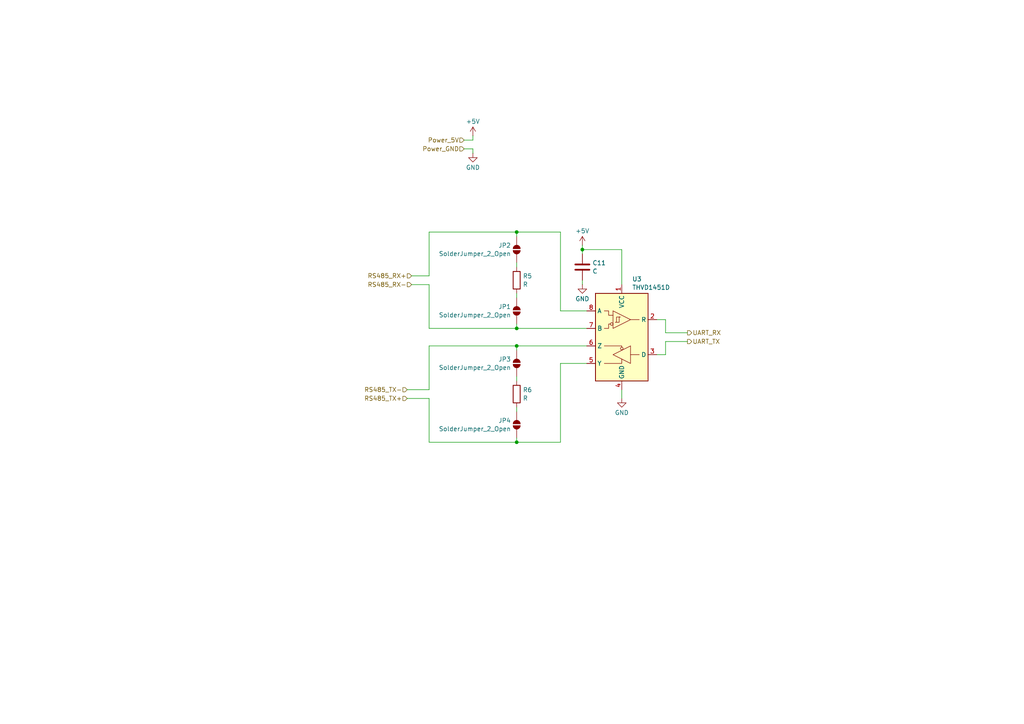
<source format=kicad_sch>
(kicad_sch (version 20231120) (generator "eeschema") (generator_version "8.0")
  (paper "A4")
  (title_block (title "5x5 Clock Panel") (date "2024-10-31") (rev "1"))
  (lib_symbols
    (symbol "Device:C" (pin_numbers hide) (pin_names (offset 0.254))
      (property "Reference" "C" (at 0.635 2.54 0))
      (property "Value" "C" (at 0.635 -2.54 0))
      (symbol "C_0_1"
        (polyline (pts (xy -2.032 -0.762) (xy 2.032 -0.762)) (stroke (width 0.508)))
        (polyline (pts (xy -2.032 0.762) (xy 2.032 0.762)) (stroke (width 0.508)))
      )
      (symbol "C_1_1"
        (pin passive line (at 0 3.81 270) (length 2.794) (name "~") (number "1"))
        (pin passive line (at 0 -3.81 90) (length 2.794) (name "~") (number "2"))
      )
    )
    (symbol "Device:R" (pin_numbers hide) (pin_names (offset 0))
      (property "Reference" "R" (at 2.032 0 90))
      (property "Value" "R" (at 0 0 90))
      (symbol "R_0_1"
        (rectangle (start -1.016 -2.54) (end 1.016 2.54) (stroke (width 0.254)))
      )
      (symbol "R_1_1"
        (pin passive line (at 0 3.81 270) (length 1.27) (name "~") (number "1"))
        (pin passive line (at 0 -3.81 90) (length 1.27) (name "~") (number "2"))
      )
    )
    (symbol "Interface_UART:THVD1451D"
      (property "Reference" "U" (at -7.62 13.97 0))
      (property "Value" "THVD1451D" (at 1.27 13.97 0))
      (symbol "THVD1451D_0_1"
        (rectangle (start -7.62 12.7) (end 7.62 -12.7) (stroke (width 0.254)) (fill (type background)))
        (circle (center 0 -3.302) (radius 0.381))
        (polyline (pts (xy -5.08 -5.08) (xy -2.54 -5.08)))
        (polyline (pts (xy -2.54 5.08) (xy -5.08 5.08)))
        (polyline (pts (xy 1.524 4.318) (xy 1.524 5.842) (xy 0.635 5.842)))
        (polyline (pts (xy 5.08 -7.62) (xy 0 -7.62) (xy 0 -6.35)))
        (polyline (pts (xy 5.08 -2.54) (xy 0 -2.54) (xy 0 -2.921)))
        (polyline (pts (xy -2.54 -2.54) (xy -2.54 -7.62) (xy 2.54 -5.08) (xy -2.54 -2.54)))
        (polyline (pts (xy 2.54 6.35) (xy 3.81 6.35) (xy 3.81 7.62) (xy 5.08 7.62)))
        (polyline (pts (xy 2.54 7.62) (xy 2.54 2.54) (xy -2.54 5.08) (xy 2.54 7.62)))
        (polyline (pts (xy 3.302 3.81) (xy 3.81 3.81) (xy 3.81 2.54) (xy 5.08 2.54)))
        (polyline (pts (xy 1.905 4.318) (xy 0.889 4.318) (xy 0.762 4.318) (xy 0.762 5.842) (xy 0.381 5.842)))
        (circle (center 2.921 3.81) (radius 0.381))
      )
      (symbol "THVD1451D_1_1"
        (pin power_in line (at 0 15.24 270) (length 2.54) (name "VCC") (number "1"))
        (pin output line (at -10.16 5.08 0) (length 2.54) (name "R") (number "2"))
        (pin input line (at -10.16 -5.08 0) (length 2.54) (name "D") (number "3"))
        (pin power_in line (at 0 -15.24 90) (length 2.54) (name "GND") (number "4"))
        (pin output line (at 10.16 -7.62 180) (length 2.54) (name "Y") (number "5"))
        (pin output line (at 10.16 -2.54 180) (length 2.54) (name "Z") (number "6"))
        (pin input line (at 10.16 2.54 180) (length 2.54) (name "B") (number "7"))
        (pin input line (at 10.16 7.62 180) (length 2.54) (name "A") (number "8"))
      )
    )
    (symbol "Jumper:SolderJumper_2_Open" (pin_numbers hide) (pin_names (offset 0) hide) (exclude_from_sim yes) (in_bom no)
      (property "Reference" "JP" (at 0 2.032 0))
      (property "Value" "SolderJumper_2_Open" (at 0 -2.54 0))
      (symbol "SolderJumper_2_Open_0_1"
        (arc (start -0.254 1.016) (mid -1.2656 0) (end -0.254 -1.016))
        (arc (start -0.254 1.016) (mid -1.2656 0) (end -0.254 -1.016) (fill (type outline)))
        (polyline (pts (xy -0.254 1.016) (xy -0.254 -1.016)))
        (polyline (pts (xy 0.254 1.016) (xy 0.254 -1.016)))
        (arc (start 0.254 -1.016) (mid 1.2656 0) (end 0.254 1.016))
        (arc (start 0.254 -1.016) (mid 1.2656 0) (end 0.254 1.016) (fill (type outline)))
      )
      (symbol "SolderJumper_2_Open_1_1"
        (pin passive line (at -3.81 0 0) (length 2.54) (name "A") (number "1"))
        (pin passive line (at 3.81 0 180) (length 2.54) (name "B") (number "2"))
      )
    )
    (symbol "power:+5V" (power) (pin_numbers hide) (pin_names (offset 0) hide)
      (property "Value" "+5V" (at 0 3.556 0))
      (symbol "+5V_0_1"
        (polyline (pts (xy -0.762 1.27) (xy 0 2.54)))
        (polyline (pts (xy 0 0) (xy 0 2.54)))
        (polyline (pts (xy 0 2.54) (xy 0.762 1.27)))
      )
      (symbol "+5V_1_1"
        (pin power_in line (at 0 0 90) (length 0) (name "~") (number "1"))
      )
    )
    (symbol "power:GND" (power) (pin_numbers hide) (pin_names (offset 0) hide)
      (property "Value" "GND" (at 0 -3.81 0))
      (symbol "GND_0_1"
        (polyline (pts (xy 0 0) (xy 0 -1.27) (xy 1.27 -1.27) (xy 0 -2.54) (xy -1.27 -1.27) (xy 0 -1.27)))
      )
      (symbol "GND_1_1"
        (pin power_in line (at 0 0 270) (length 0) (name "~") (number "1"))
      )
    )
  )
  (junction (at 168.91 72.39))
  (junction (at 149.86 128.27))
  (junction (at 149.86 95.25))
  (junction (at 149.86 100.33))
  (junction (at 149.86 67.31))
  (wire (pts (xy 168.91 81.28) (xy 168.91 82.55)))
  (wire (pts (xy 193.04 102.87) (xy 190.5 102.87)))
  (wire (pts (xy 199.39 99.06) (xy 193.04 99.06)))
  (wire (pts (xy 168.91 72.39) (xy 168.91 71.12)))
  (wire (pts (xy 119.38 80.01) (xy 124.46 80.01)))
  (wire (pts (xy 149.86 76.2) (xy 149.86 77.47)))
  (wire (pts (xy 149.86 85.09) (xy 149.86 86.36)))
  (wire (pts (xy 168.91 72.39) (xy 168.91 73.66)))
  (wire (pts (xy 193.04 96.52) (xy 193.04 92.71)))
  (wire (pts (xy 124.46 128.27) (xy 149.86 128.27)))
  (wire (pts (xy 149.86 67.31) (xy 149.86 68.58)))
  (wire (pts (xy 149.86 127) (xy 149.86 128.27)))
  (wire (pts (xy 134.62 43.18) (xy 137.16 43.18)))
  (wire (pts (xy 124.46 115.57) (xy 124.46 128.27)))
  (wire (pts (xy 119.38 82.55) (xy 124.46 82.55)))
  (wire (pts (xy 118.11 115.57) (xy 124.46 115.57)))
  (wire (pts (xy 149.86 67.31) (xy 162.56 67.31)))
  (wire (pts (xy 124.46 95.25) (xy 149.86 95.25)))
  (wire (pts (xy 180.34 72.39) (xy 168.91 72.39)))
  (wire (pts (xy 180.34 82.55) (xy 180.34 72.39)))
  (wire (pts (xy 137.16 40.64) (xy 137.16 39.37)))
  (wire (pts (xy 193.04 92.71) (xy 190.5 92.71)))
  (wire (pts (xy 134.62 40.64) (xy 137.16 40.64)))
  (wire (pts (xy 124.46 67.31) (xy 149.86 67.31)))
  (wire (pts (xy 199.39 96.52) (xy 193.04 96.52)))
  (wire (pts (xy 137.16 43.18) (xy 137.16 44.45)))
  (wire (pts (xy 162.56 105.41) (xy 170.18 105.41)))
  (wire (pts (xy 149.86 109.22) (xy 149.86 110.49)))
  (wire (pts (xy 149.86 100.33) (xy 170.18 100.33)))
  (wire (pts (xy 124.46 113.03) (xy 124.46 100.33)))
  (wire (pts (xy 149.86 118.11) (xy 149.86 119.38)))
  (wire (pts (xy 162.56 67.31) (xy 162.56 90.17)))
  (wire (pts (xy 149.86 95.25) (xy 170.18 95.25)))
  (wire (pts (xy 149.86 93.98) (xy 149.86 95.25)))
  (wire (pts (xy 124.46 100.33) (xy 149.86 100.33)))
  (wire (pts (xy 149.86 100.33) (xy 149.86 101.6)))
  (wire (pts (xy 149.86 128.27) (xy 162.56 128.27)))
  (wire (pts (xy 193.04 99.06) (xy 193.04 102.87)))
  (wire (pts (xy 118.11 113.03) (xy 124.46 113.03)))
  (wire (pts (xy 180.34 113.03) (xy 180.34 115.57)))
  (wire (pts (xy 124.46 82.55) (xy 124.46 95.25)))
  (wire (pts (xy 162.56 90.17) (xy 170.18 90.17)))
  (wire (pts (xy 162.56 128.27) (xy 162.56 105.41)))
  (wire (pts (xy 124.46 67.31) (xy 124.46 80.01)))
  (hierarchical_label "RS485_RX-" (shape input) (at 119.38 82.55 180))
  (hierarchical_label "RS485_RX+" (shape input) (at 119.38 80.01 180))
  (hierarchical_label "UART_RX" (shape output) (at 199.39 96.52 0))
  (hierarchical_label "RS485_TX+" (shape input) (at 118.11 115.57 180))
  (hierarchical_label "UART_TX" (shape output) (at 199.39 99.06 0))
  (hierarchical_label "RS485_TX-" (shape input) (at 118.11 113.03 180))
  (hierarchical_label "Power_5V" (shape input) (at 134.62 40.64 180))
  (hierarchical_label "Power_GND" (shape input) (at 134.62 43.18 180))
  (symbol (lib_id "Jumper:SolderJumper_2_Open") (at 149.86 90.17 90) (unit 1) (exclude_from_sim yes) (in_bom no)
    (property "Reference" "JP1" (at 148.209 88.9578 90) (effects (justify left)))
    (property "Value" "SolderJumper_2_Open" (at 148.209 91.3821 90) (effects (justify left)))
    (property "Description" "Solder Jumper, 2-pole, open" (effects (hide yes)))
  )
  (symbol (lib_id "power:GND") (at 137.16 44.45 0) (unit 1)
    (property "Reference" "#PWR018" (effects (hide yes)))
    (property "Value" "GND" (at 137.16 48.5831 0))
    (property "Description" "Power symbol creates a global label with name \"GND\" , ground" (effects (hide yes)))
  )
  (symbol (lib_id "Jumper:SolderJumper_2_Open") (at 149.86 72.39 90) (unit 1) (exclude_from_sim yes) (in_bom no)
    (property "Reference" "JP2" (at 148.209 71.1778 90) (effects (justify left)))
    (property "Value" "SolderJumper_2_Open" (at 148.209 73.6021 90) (effects (justify left)))
    (property "Description" "Solder Jumper, 2-pole, open" (effects (hide yes)))
  )
  (symbol (lib_id "power:+5V") (at 137.16 39.37 0) (unit 1)
    (property "Reference" "#PWR017" (effects (hide yes)))
    (property "Value" "+5V" (at 137.16 35.2369 0))
    (property "Description" "Power symbol creates a global label with name \"+5V\"" (effects (hide yes)))
  )
  (symbol (lib_id "power:+5V") (at 168.91 71.12 0) (unit 1)
    (property "Reference" "#PWR019" (effects (hide yes)))
    (property "Value" "+5V" (at 168.91 66.9869 0))
    (property "Description" "Power symbol creates a global label with name \"+5V\"" (effects (hide yes)))
  )
  (symbol (lib_id "Device:R") (at 149.86 114.3 0) (unit 1)
    (property "Reference" "R6" (at 151.638 113.0878 0) (effects (justify left)))
    (property "Value" "R" (at 151.638 115.5121 0) (effects (justify left)))
    (property "Description" "Resistor" (effects (hide yes)))
  )
  (symbol (lib_id "power:GND") (at 180.34 115.57 0) (unit 1)
    (property "Reference" "#PWR021" (effects (hide yes)))
    (property "Value" "GND" (at 180.34 119.7031 0))
    (property "Description" "Power symbol creates a global label with name \"GND\" , ground" (effects (hide yes)))
  )
  (symbol (lib_id "Device:R") (at 149.86 81.28 0) (unit 1)
    (property "Reference" "R5" (at 151.638 80.0678 0) (effects (justify left)))
    (property "Value" "R" (at 151.638 82.4921 0) (effects (justify left)))
    (property "Description" "Resistor" (effects (hide yes)))
  )
  (symbol (lib_id "Jumper:SolderJumper_2_Open") (at 149.86 105.41 90) (unit 1) (exclude_from_sim yes) (in_bom no)
    (property "Reference" "JP3" (at 148.209 104.1978 90) (effects (justify left)))
    (property "Value" "SolderJumper_2_Open" (at 148.209 106.6221 90) (effects (justify left)))
    (property "Description" "Solder Jumper, 2-pole, open" (effects (hide yes)))
  )
  (symbol (lib_id "Jumper:SolderJumper_2_Open") (at 149.86 123.19 90) (unit 1) (exclude_from_sim yes) (in_bom no)
    (property "Reference" "JP4" (at 148.209 121.9778 90) (effects (justify left)))
    (property "Value" "SolderJumper_2_Open" (at 148.209 124.4021 90) (effects (justify left)))
    (property "Description" "Solder Jumper, 2-pole, open" (effects (hide yes)))
  )
  (symbol (lib_id "Interface_UART:THVD1451D") (at 180.34 97.79 0) (mirror y) (unit 1)
    (property "Reference" "U3" (at 183.3565 80.9455 0) (effects (justify right)))
    (property "Value" "THVD1451D" (at 183.3565 83.3698 0) (effects (justify right)))
    (property "Footprint" "Package_SO:SOIC-8_3.9x4.9mm_P1.27mm" (effects (hide yes)))
    (property "Datasheet" "http://www.ti.com/lit/ds/symlink/thvd1451.pdf" (effects (hide yes)))
    (property "Description" "RS485 transceiver, 3.3-V to 5-V, 18-kV IEC ESD Protection, SOIC-8" (effects (hide yes)))
  )
  (symbol (lib_id "power:GND") (at 168.91 82.55 0) (unit 1)
    (property "Reference" "#PWR020" (effects (hide yes)))
    (property "Value" "GND" (at 168.91 86.6831 0))
    (property "Description" "Power symbol creates a global label with name \"GND\" , ground" (effects (hide yes)))
  )
  (symbol (lib_id "Device:C") (at 168.91 77.47 0) (unit 1)
    (property "Reference" "C11" (at 171.831 76.2578 0) (effects (justify left)))
    (property "Value" "C" (at 171.831 78.6821 0) (effects (justify left)))
    (property "Description" "Unpolarized capacitor" (effects (hide yes)))
  )
)
</source>
